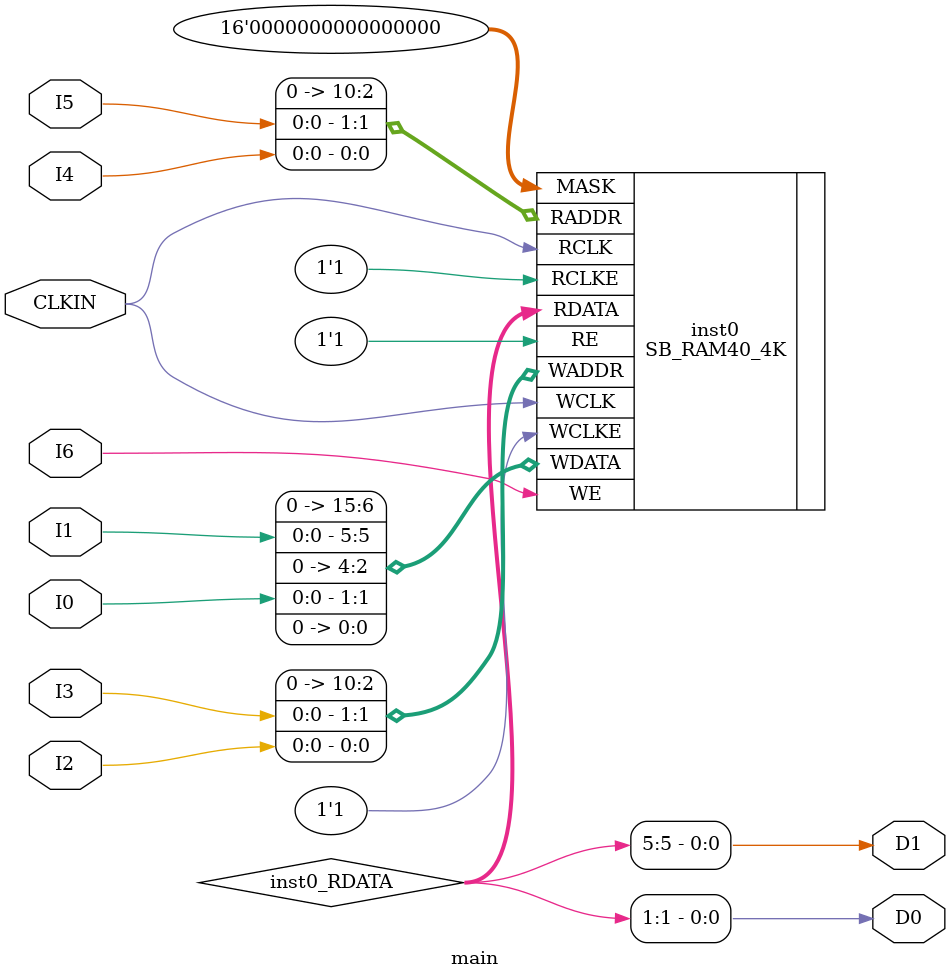
<source format=v>
module main (input  I0, input  I1, input  I2, input  I3, input  I4, input  I5, input  I6, output  D1, output  D0, input  CLKIN);
wire [15:0] inst0_RDATA;
SB_RAM40_4K #(.WRITE_MODE(2),
.READ_MODE(2),
.INIT_0(256'hFFFFFFF0FF0FFF00F0FFF0F0F00FF0000FFF0FF00F0F0F0000FF00F0000F0000),
.INIT_1(256'hFFFFFFF0FF0FFF00F0FFF0F0F00FF0000FFF0FF00F0F0F0000FF00F0000F0000),
.INIT_2(256'hFFFFFFF0FF0FFF00F0FFF0F0F00FF0000FFF0FF00F0F0F0000FF00F0000F0000),
.INIT_3(256'hFFFFFFF0FF0FFF00F0FFF0F0F00FF0000FFF0FF00F0F0F0000FF00F0000F0000),
.INIT_4(256'hFFFFFFF0FF0FFF00F0FFF0F0F00FF0000FFF0FF00F0F0F0000FF00F0000F0000),
.INIT_5(256'hFFFFFFF0FF0FFF00F0FFF0F0F00FF0000FFF0FF00F0F0F0000FF00F0000F0000),
.INIT_6(256'hFFFFFFF0FF0FFF00F0FFF0F0F00FF0000FFF0FF00F0F0F0000FF00F0000F0000),
.INIT_7(256'hFFFFFFF0FF0FFF00F0FFF0F0F00FF0000FFF0FF00F0F0F0000FF00F0000F0000),
.INIT_8(256'hFFFFFFF0FF0FFF00F0FFF0F0F00FF0000FFF0FF00F0F0F0000FF00F0000F0000),
.INIT_9(256'hFFFFFFF0FF0FFF00F0FFF0F0F00FF0000FFF0FF00F0F0F0000FF00F0000F0000),
.INIT_A(256'hFFFFFFF0FF0FFF00F0FFF0F0F00FF0000FFF0FF00F0F0F0000FF00F0000F0000),
.INIT_B(256'hFFFFFFF0FF0FFF00F0FFF0F0F00FF0000FFF0FF00F0F0F0000FF00F0000F0000),
.INIT_C(256'hFFFFFFF0FF0FFF00F0FFF0F0F00FF0000FFF0FF00F0F0F0000FF00F0000F0000),
.INIT_D(256'hFFFFFFF0FF0FFF00F0FFF0F0F00FF0000FFF0FF00F0F0F0000FF00F0000F0000),
.INIT_E(256'hFFFFFFF0FF0FFF00F0FFF0F0F00FF0000FFF0FF00F0F0F0000FF00F0000F0000),
.INIT_F(256'hFFFFFFF0FF0FFF00F0FFF0F0F00FF0000FFF0FF00F0F0F0000FF00F0000F0000)) inst0 (.RDATA(inst0_RDATA), .RADDR({1'b0,1'b0,1'b0,1'b0,1'b0,1'b0,1'b0,1'b0,1'b0,I5,I4}), .RCLK(CLKIN), .RCLKE(1'b1), .RE(1'b1), .WCLK(CLKIN), .WCLKE(1'b1), .WE(I6), .WADDR({1'b0,1'b0,1'b0,1'b0,1'b0,1'b0,1'b0,1'b0,1'b0,I3,I2}), .MASK({1'b0,1'b0,1'b0,1'b0,1'b0,1'b0,1'b0,1'b0,1'b0,1'b0,1'b0,1'b0,1'b0,1'b0,1'b0,1'b0}), .WDATA({1'b0,1'b0,1'b0,1'b0,1'b0,1'b0,1'b0,1'b0,1'b0,1'b0,I1,1'b0,1'b0,1'b0,I0,1'b0}));
assign D1 = inst0_RDATA[5];
assign D0 = inst0_RDATA[1];
endmodule


</source>
